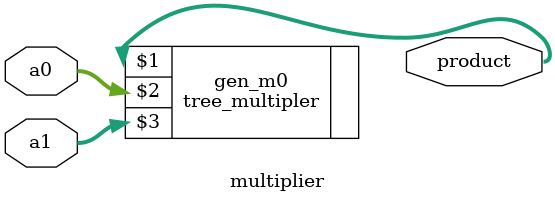
<source format=v>
module multiplier(product, a0, a1);
    // Parameter declarations.
    parameter signed [31:0]a0_width = 8;
    parameter signed [31:0]a1_width = 8;
// Localparam declarations.
    localparam signed product_width = (a0_width+a1_width);
    output wire [(product_width-1):0] product ;
    input wire [(a0_width-1):0] a0 ;
    input wire [(a1_width-1):0] a1 ;

// Variable declaration.

//Module instantiations.
    tree_multipler #( a0_width, a1_width) gen_m0(product, a0, a1);

endmodule

</source>
